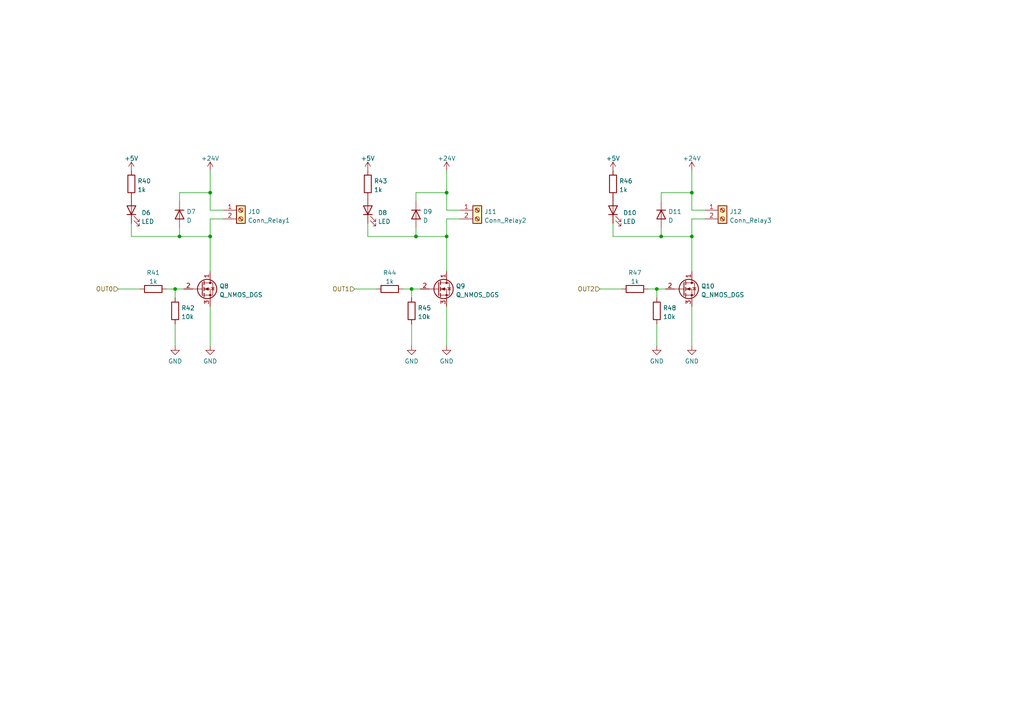
<source format=kicad_sch>
(kicad_sch (version 20211123) (generator eeschema)
  (paper "A4")
  (title_block (title "FloatPUMP Schematics") (date "2022-11-11") (rev "1.0") (company "robtor.de") (comment 1 "Controller board for up to 3 water pumps") (comment 2 "measuring capabilities with piezoresistive pressure sensors") (comment 3 "sensor input Range 4mA-20mA"))
  (lib_symbols
    (symbol "Connector:Screw_Terminal_01x02" (pin_names (offset 1.016) hide)
      (property "Reference" "J" (at 0 2.54 0))
      (property "Value" "Screw_Terminal_01x02" (at 0 -5.08 0))
      (symbol "Screw_Terminal_01x02_1_1"
        (rectangle (start -1.27 1.27) (end 1.27 -3.81) (stroke (width 0.254)) (fill (type background)))
        (circle (center 0 -2.54) (radius 0.635) (stroke (width 0.1524)))
        (polyline (pts (xy -0.5334 -2.2098) (xy 0.3302 -3.048)) (stroke (width 0.1524)))
        (polyline (pts (xy -0.5334 0.3302) (xy 0.3302 -0.508)) (stroke (width 0.1524)))
        (polyline (pts (xy -0.3556 -2.032) (xy 0.508 -2.8702)) (stroke (width 0.1524)))
        (polyline (pts (xy -0.3556 0.508) (xy 0.508 -0.3302)) (stroke (width 0.1524)))
        (circle (center 0 0) (radius 0.635) (stroke (width 0.1524)))
        (pin passive line (at -5.08 0 0) (length 3.81) (name "Pin_1") (number "1"))
        (pin passive line (at -5.08 -2.54 0) (length 3.81) (name "Pin_2") (number "2"))
      )
    )
    (symbol "Device:D" (pin_numbers hide) (pin_names (offset 1.016) hide)
      (property "Reference" "D" (at 0 2.54 0))
      (property "Value" "D" (at 0 -2.54 0))
      (symbol "D_0_1"
        (polyline (pts (xy -1.27 1.27) (xy -1.27 -1.27)) (stroke (width 0.254)))
        (polyline (pts (xy 1.27 0) (xy -1.27 0)))
        (polyline (pts (xy 1.27 1.27) (xy 1.27 -1.27) (xy -1.27 0) (xy 1.27 1.27)) (stroke (width 0.254)))
      )
      (symbol "D_1_1"
        (pin passive line (at -3.81 0 0) (length 2.54) (name "K") (number "1"))
        (pin passive line (at 3.81 0 180) (length 2.54) (name "A") (number "2"))
      )
    )
    (symbol "Device:LED" (pin_numbers hide) (pin_names (offset 1.016) hide)
      (property "Reference" "D" (at 0 2.54 0))
      (property "Value" "LED" (at 0 -2.54 0))
      (symbol "LED_0_1"
        (polyline (pts (xy -1.27 -1.27) (xy -1.27 1.27)) (stroke (width 0.254)))
        (polyline (pts (xy -1.27 0) (xy 1.27 0)))
        (polyline (pts (xy 1.27 -1.27) (xy 1.27 1.27) (xy -1.27 0) (xy 1.27 -1.27)) (stroke (width 0.254)))
        (polyline (pts (xy -3.048 -0.762) (xy -4.572 -2.286) (xy -3.81 -2.286) (xy -4.572 -2.286) (xy -4.572 -1.524)))
        (polyline (pts (xy -1.778 -0.762) (xy -3.302 -2.286) (xy -2.54 -2.286) (xy -3.302 -2.286) (xy -3.302 -1.524)))
      )
      (symbol "LED_1_1"
        (pin passive line (at -3.81 0 0) (length 2.54) (name "K") (number "1"))
        (pin passive line (at 3.81 0 180) (length 2.54) (name "A") (number "2"))
      )
    )
    (symbol "Device:Q_NMOS_DGS" (pin_names (offset 0) hide)
      (property "Reference" "Q" (at 5.08 1.27 0))
      (property "Value" "Q_NMOS_DGS" (at 5.08 -1.27 0))
      (symbol "Q_NMOS_DGS_0_1"
        (polyline (pts (xy 0.254 0) (xy -2.54 0)))
        (polyline (pts (xy 0.254 1.905) (xy 0.254 -1.905)) (stroke (width 0.254)))
        (polyline (pts (xy 0.762 -1.27) (xy 0.762 -2.286)) (stroke (width 0.254)))
        (polyline (pts (xy 0.762 0.508) (xy 0.762 -0.508)) (stroke (width 0.254)))
        (polyline (pts (xy 0.762 2.286) (xy 0.762 1.27)) (stroke (width 0.254)))
        (polyline (pts (xy 2.54 2.54) (xy 2.54 1.778)))
        (polyline (pts (xy 2.54 -2.54) (xy 2.54 0) (xy 0.762 0)))
        (polyline (pts (xy 0.762 -1.778) (xy 3.302 -1.778) (xy 3.302 1.778) (xy 0.762 1.778)))
        (polyline (pts (xy 1.016 0) (xy 2.032 0.381) (xy 2.032 -0.381) (xy 1.016 0)) (fill (type outline)))
        (polyline (pts (xy 2.794 0.508) (xy 2.921 0.381) (xy 3.683 0.381) (xy 3.81 0.254)))
        (polyline (pts (xy 3.302 0.381) (xy 2.921 -0.254) (xy 3.683 -0.254) (xy 3.302 0.381)))
        (circle (center 1.651 0) (radius 2.794) (stroke (width 0.254)))
        (circle (center 2.54 -1.778) (radius 0.254) (fill (type outline)))
        (circle (center 2.54 1.778) (radius 0.254) (fill (type outline)))
      )
      (symbol "Q_NMOS_DGS_1_1"
        (pin passive line (at 2.54 5.08 270) (length 2.54) (name "D") (number "1"))
        (pin input line (at -5.08 0 0) (length 2.54) (name "G") (number "2"))
        (pin passive line (at 2.54 -5.08 90) (length 2.54) (name "S") (number "3"))
      )
    )
    (symbol "Device:R" (pin_numbers hide) (pin_names (offset 0))
      (property "Reference" "R" (at 2.032 0 90))
      (property "Value" "R" (at 0 0 90))
      (symbol "R_0_1"
        (rectangle (start -1.016 -2.54) (end 1.016 2.54) (stroke (width 0.254)))
      )
      (symbol "R_1_1"
        (pin passive line (at 0 3.81 270) (length 1.27) (name "~") (number "1"))
        (pin passive line (at 0 -3.81 90) (length 1.27) (name "~") (number "2"))
      )
    )
    (symbol "power:+24V" (power) (pin_names (offset 0))
      (property "Value" "+24V" (at 0 3.556 0))
      (symbol "+24V_0_1"
        (polyline (pts (xy -0.762 1.27) (xy 0 2.54)))
        (polyline (pts (xy 0 0) (xy 0 2.54)))
        (polyline (pts (xy 0 2.54) (xy 0.762 1.27)))
      )
      (symbol "+24V_1_1"
        (pin power_in line (at 0 0 90) (length 0) hide (name "+24V") (number "1"))
      )
    )
    (symbol "power:+5V" (power) (pin_names (offset 0))
      (property "Value" "+5V" (at 0 3.556 0))
      (symbol "+5V_0_1"
        (polyline (pts (xy -0.762 1.27) (xy 0 2.54)))
        (polyline (pts (xy 0 0) (xy 0 2.54)))
        (polyline (pts (xy 0 2.54) (xy 0.762 1.27)))
      )
      (symbol "+5V_1_1"
        (pin power_in line (at 0 0 90) (length 0) hide (name "+5V") (number "1"))
      )
    )
    (symbol "power:GND" (power) (pin_names (offset 0))
      (property "Value" "GND" (at 0 -3.81 0))
      (symbol "GND_0_1"
        (polyline (pts (xy 0 0) (xy 0 -1.27) (xy 1.27 -1.27) (xy 0 -2.54) (xy -1.27 -1.27) (xy 0 -1.27)))
      )
      (symbol "GND_1_1"
        (pin power_in line (at 0 0 270) (length 0) hide (name "GND") (number "1"))
      )
    )
  )
  (junction (at 52.07 68.58))
  (junction (at 120.65 68.58))
  (junction (at 60.96 68.58))
  (junction (at 129.54 68.58))
  (junction (at 119.38 83.82))
  (junction (at 50.8 83.82))
  (junction (at 60.96 55.88))
  (junction (at 191.77 68.58))
  (junction (at 129.54 55.88))
  (junction (at 190.5 83.82))
  (junction (at 200.66 68.58))
  (junction (at 200.66 55.88))
  (wire (pts (xy 191.77 58.42) (xy 191.77 55.88)))
  (wire (pts (xy 60.96 68.58) (xy 60.96 78.74)))
  (wire (pts (xy 173.99 83.82) (xy 180.34 83.82)))
  (wire (pts (xy 190.5 83.82) (xy 193.04 83.82)))
  (wire (pts (xy 50.8 83.82) (xy 50.8 86.36)))
  (wire (pts (xy 200.66 88.9) (xy 200.66 100.33)))
  (wire (pts (xy 200.66 68.58) (xy 200.66 78.74)))
  (wire (pts (xy 129.54 49.53) (xy 129.54 55.88)))
  (wire (pts (xy 102.87 83.82) (xy 109.22 83.82)))
  (wire (pts (xy 60.96 55.88) (xy 60.96 60.96)))
  (wire (pts (xy 191.77 68.58) (xy 200.66 68.58)))
  (wire (pts (xy 52.07 68.58) (xy 38.1 68.58)))
  (wire (pts (xy 187.96 83.82) (xy 190.5 83.82)))
  (wire (pts (xy 190.5 83.82) (xy 190.5 86.36)))
  (wire (pts (xy 120.65 55.88) (xy 129.54 55.88)))
  (wire (pts (xy 120.65 68.58) (xy 129.54 68.58)))
  (wire (pts (xy 200.66 55.88) (xy 200.66 60.96)))
  (wire (pts (xy 191.77 55.88) (xy 200.66 55.88)))
  (wire (pts (xy 177.8 64.77) (xy 177.8 68.58)))
  (wire (pts (xy 129.54 60.96) (xy 133.35 60.96)))
  (wire (pts (xy 50.8 83.82) (xy 53.34 83.82)))
  (wire (pts (xy 116.84 83.82) (xy 119.38 83.82)))
  (wire (pts (xy 50.8 93.98) (xy 50.8 100.33)))
  (wire (pts (xy 133.35 63.5) (xy 129.54 63.5)))
  (wire (pts (xy 60.96 88.9) (xy 60.96 100.33)))
  (wire (pts (xy 106.68 64.77) (xy 106.68 68.58)))
  (wire (pts (xy 52.07 55.88) (xy 60.96 55.88)))
  (wire (pts (xy 60.96 63.5) (xy 60.96 68.58)))
  (wire (pts (xy 34.29 83.82) (xy 40.64 83.82)))
  (wire (pts (xy 119.38 93.98) (xy 119.38 100.33)))
  (wire (pts (xy 52.07 66.04) (xy 52.07 68.58)))
  (wire (pts (xy 119.38 83.82) (xy 121.92 83.82)))
  (wire (pts (xy 120.65 66.04) (xy 120.65 68.58)))
  (wire (pts (xy 52.07 58.42) (xy 52.07 55.88)))
  (wire (pts (xy 191.77 68.58) (xy 177.8 68.58)))
  (wire (pts (xy 129.54 88.9) (xy 129.54 100.33)))
  (wire (pts (xy 52.07 68.58) (xy 60.96 68.58)))
  (wire (pts (xy 60.96 60.96) (xy 64.77 60.96)))
  (wire (pts (xy 64.77 63.5) (xy 60.96 63.5)))
  (wire (pts (xy 190.5 93.98) (xy 190.5 100.33)))
  (wire (pts (xy 120.65 58.42) (xy 120.65 55.88)))
  (wire (pts (xy 119.38 83.82) (xy 119.38 86.36)))
  (wire (pts (xy 204.47 63.5) (xy 200.66 63.5)))
  (wire (pts (xy 129.54 68.58) (xy 129.54 78.74)))
  (wire (pts (xy 129.54 63.5) (xy 129.54 68.58)))
  (wire (pts (xy 200.66 49.53) (xy 200.66 55.88)))
  (wire (pts (xy 120.65 68.58) (xy 106.68 68.58)))
  (wire (pts (xy 129.54 55.88) (xy 129.54 60.96)))
  (wire (pts (xy 200.66 63.5) (xy 200.66 68.58)))
  (wire (pts (xy 38.1 64.77) (xy 38.1 68.58)))
  (wire (pts (xy 191.77 66.04) (xy 191.77 68.58)))
  (wire (pts (xy 48.26 83.82) (xy 50.8 83.82)))
  (wire (pts (xy 200.66 60.96) (xy 204.47 60.96)))
  (wire (pts (xy 60.96 49.53) (xy 60.96 55.88)))
  (hierarchical_label "OUT1" (shape input) (at 102.87 83.82 180))
  (hierarchical_label "OUT2" (shape input) (at 173.99 83.82 180))
  (hierarchical_label "OUT0" (shape input) (at 34.29 83.82 180))
  (symbol (lib_id "power:+24V") (at 129.54 49.53 0) (unit 1)
    (property "Reference" "#PWR057" (effects hide))
    (property "Value" "+24V" (at 129.54 45.9542 0))
  )
  (symbol (lib_id "power:GND") (at 200.66 100.33 0) (unit 1)
    (property "Reference" "#PWR062" (effects hide))
    (property "Value" "GND" (at 200.66 104.7734 0))
  )
  (symbol (lib_id "power:GND") (at 119.38 100.33 0) (unit 1)
    (property "Reference" "#PWR056" (effects hide))
    (property "Value" "GND" (at 119.38 104.7734 0))
  )
  (symbol (lib_id "Device:R") (at 38.1 53.34 0) (unit 1)
    (property "Reference" "R40" (at 39.878 52.5053 0) (effects (justify left)))
    (property "Value" "1k" (at 39.878 55.0422 0) (effects (justify left)))
  )
  (symbol (lib_id "power:+5V") (at 177.8 49.53 0) (unit 1)
    (property "Reference" "#PWR059" (effects hide))
    (property "Value" "+5V" (at 177.8 45.9542 0))
  )
  (symbol (lib_id "Device:D") (at 52.07 62.23 270) (unit 1)
    (property "Reference" "D7" (at 54.102 61.3953 90) (effects (justify left)))
    (property "Value" "D" (at 54.102 63.9322 90) (effects (justify left)))
  )
  (symbol (lib_id "Device:R") (at 113.03 83.82 90) (unit 1)
    (property "Reference" "R44" (at 113.03 79.1042 90))
    (property "Value" "1k" (at 113.03 81.6411 90))
  )
  (symbol (lib_id "power:+5V") (at 106.68 49.53 0) (unit 1)
    (property "Reference" "#PWR055" (effects hide))
    (property "Value" "+5V" (at 106.68 45.9542 0))
  )
  (symbol (lib_id "power:+24V") (at 60.96 49.53 0) (unit 1)
    (property "Reference" "#PWR053" (effects hide))
    (property "Value" "+24V" (at 60.96 45.9542 0))
  )
  (symbol (lib_id "Device:LED") (at 106.68 60.96 90) (unit 1)
    (property "Reference" "D8" (at 109.601 61.7128 90) (effects (justify right)))
    (property "Value" "LED" (at 109.601 64.2497 90) (effects (justify right)))
  )
  (symbol (lib_id "power:GND") (at 60.96 100.33 0) (unit 1)
    (property "Reference" "#PWR054" (effects hide))
    (property "Value" "GND" (at 60.96 104.7734 0))
  )
  (symbol (lib_id "Device:LED") (at 177.8 60.96 90) (unit 1)
    (property "Reference" "D10" (at 180.721 61.7128 90) (effects (justify right)))
    (property "Value" "LED" (at 180.721 64.2497 90) (effects (justify right)))
  )
  (symbol (lib_id "Device:R") (at 190.5 90.17 0) (unit 1)
    (property "Reference" "R48" (at 192.278 89.3353 0) (effects (justify left)))
    (property "Value" "10k" (at 192.278 91.8722 0) (effects (justify left)))
  )
  (symbol (lib_id "Device:R") (at 184.15 83.82 90) (unit 1)
    (property "Reference" "R47" (at 184.15 79.1042 90))
    (property "Value" "1k" (at 184.15 81.6411 90))
  )
  (symbol (lib_id "Device:R") (at 50.8 90.17 0) (unit 1)
    (property "Reference" "R42" (at 52.578 89.3353 0) (effects (justify left)))
    (property "Value" "10k" (at 52.578 91.8722 0) (effects (justify left)))
  )
  (symbol (lib_id "Device:R") (at 177.8 53.34 0) (unit 1)
    (property "Reference" "R46" (at 179.578 52.5053 0) (effects (justify left)))
    (property "Value" "1k" (at 179.578 55.0422 0) (effects (justify left)))
  )
  (symbol (lib_id "power:GND") (at 129.54 100.33 0) (unit 1)
    (property "Reference" "#PWR058" (effects hide))
    (property "Value" "GND" (at 129.54 104.7734 0))
  )
  (symbol (lib_id "Device:LED") (at 38.1 60.96 90) (unit 1)
    (property "Reference" "D6" (at 41.021 61.7128 90) (effects (justify right)))
    (property "Value" "LED" (at 41.021 64.2497 90) (effects (justify right)))
  )
  (symbol (lib_id "Device:Q_NMOS_DGS") (at 58.42 83.82 0) (unit 1)
    (property "Reference" "Q8" (at 63.627 82.9853 0) (effects (justify left)))
    (property "Value" "Q_NMOS_DGS" (at 63.627 85.5222 0) (effects (justify left)))
  )
  (symbol (lib_id "power:GND") (at 50.8 100.33 0) (unit 1)
    (property "Reference" "#PWR052" (effects hide))
    (property "Value" "GND" (at 50.8 104.7734 0))
  )
  (symbol (lib_id "Device:D") (at 191.77 62.23 270) (unit 1)
    (property "Reference" "D11" (at 193.802 61.3953 90) (effects (justify left)))
    (property "Value" "D" (at 193.802 63.9322 90) (effects (justify left)))
  )
  (symbol (lib_id "Connector:Screw_Terminal_01x02") (at 138.43 60.96 0) (unit 1)
    (property "Reference" "J11" (at 140.462 61.3953 0) (effects (justify left)))
    (property "Value" "Conn_Relay2" (at 140.462 63.9322 0) (effects (justify left)))
  )
  (symbol (lib_id "Connector:Screw_Terminal_01x02") (at 209.55 60.96 0) (unit 1)
    (property "Reference" "J12" (at 211.582 61.3953 0) (effects (justify left)))
    (property "Value" "Conn_Relay3" (at 211.582 63.9322 0) (effects (justify left)))
  )
  (symbol (lib_id "power:+5V") (at 38.1 49.53 0) (unit 1)
    (property "Reference" "#PWR051" (effects hide))
    (property "Value" "+5V" (at 38.1 45.9542 0))
  )
  (symbol (lib_id "Connector:Screw_Terminal_01x02") (at 69.85 60.96 0) (unit 1)
    (property "Reference" "J10" (at 71.882 61.3953 0) (effects (justify left)))
    (property "Value" "Conn_Relay1" (at 71.882 63.9322 0) (effects (justify left)))
  )
  (symbol (lib_id "power:+24V") (at 200.66 49.53 0) (unit 1)
    (property "Reference" "#PWR061" (effects hide))
    (property "Value" "+24V" (at 200.66 45.9542 0))
  )
  (symbol (lib_id "Device:Q_NMOS_DGS") (at 198.12 83.82 0) (unit 1)
    (property "Reference" "Q10" (at 203.327 82.9853 0) (effects (justify left)))
    (property "Value" "Q_NMOS_DGS" (at 203.327 85.5222 0) (effects (justify left)))
  )
  (symbol (lib_id "Device:Q_NMOS_DGS") (at 127 83.82 0) (unit 1)
    (property "Reference" "Q9" (at 132.207 82.9853 0) (effects (justify left)))
    (property "Value" "Q_NMOS_DGS" (at 132.207 85.5222 0) (effects (justify left)))
  )
  (symbol (lib_id "Device:R") (at 119.38 90.17 0) (unit 1)
    (property "Reference" "R45" (at 121.158 89.3353 0) (effects (justify left)))
    (property "Value" "10k" (at 121.158 91.8722 0) (effects (justify left)))
  )
  (symbol (lib_id "Device:D") (at 120.65 62.23 270) (unit 1)
    (property "Reference" "D9" (at 122.682 61.3953 90) (effects (justify left)))
    (property "Value" "D" (at 122.682 63.9322 90) (effects (justify left)))
  )
  (symbol (lib_id "Device:R") (at 44.45 83.82 90) (unit 1)
    (property "Reference" "R41" (at 44.45 79.1042 90))
    (property "Value" "1k" (at 44.45 81.6411 90))
  )
  (symbol (lib_id "Device:R") (at 106.68 53.34 0) (unit 1)
    (property "Reference" "R43" (at 108.458 52.5053 0) (effects (justify left)))
    (property "Value" "1k" (at 108.458 55.0422 0) (effects (justify left)))
  )
  (symbol (lib_id "power:GND") (at 190.5 100.33 0) (unit 1)
    (property "Reference" "#PWR060" (effects hide))
    (property "Value" "GND" (at 190.5 104.7734 0))
  )
)
</source>
